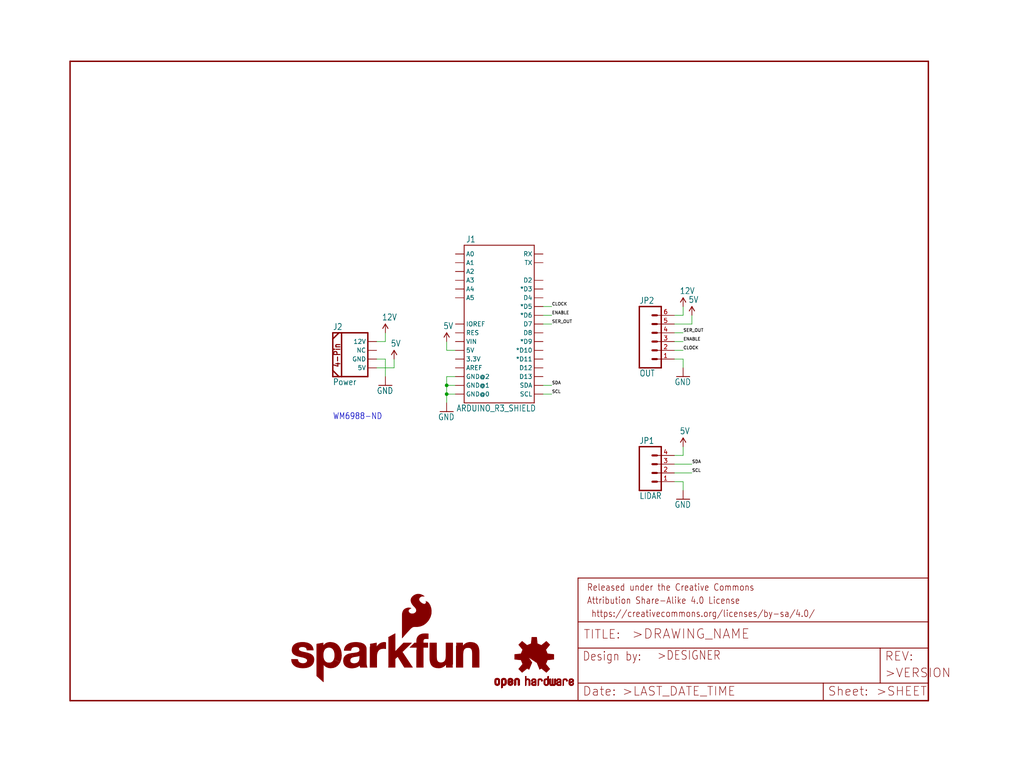
<source format=kicad_sch>
(kicad_sch (version 20211123) (generator eeschema)
  (paper "User" 297.002 223.926)
  (lib_symbols
    (symbol "schematicEagle-eagle-import:12V" (power)
      (property "Value" "12V" (at -1.016 3.556 0))
      (symbol "12V_1_0"
        (pin power_in line (at 0 0 90) (length 2.54) (name "12V") (number "1"))
      )
    )
    (symbol "schematicEagle-eagle-import:5V" (power)
      (property "Value" "5V" (at -1.016 3.556 0))
      (symbol "5V_1_0"
        (pin power_in line (at 0 0 90) (length 2.54) (name "5V") (number "1"))
      )
    )
    (symbol "schematicEagle-eagle-import:ARDUINO_R3_SHIELD"
      (property "Reference" "J" (at -9.652 21.082 0))
      (property "Value" "ARDUINO_R3_SHIELD" (at -6.35 -27.94 0))
      (symbol "ARDUINO_R3_SHIELD_1_0"
        (pin bidirectional line (at -12.7 -12.7 0) (length 2.54) (name "3.3V") (number "3.3V"))
        (pin bidirectional line (at -12.7 -10.16 0) (length 2.54) (name "5V") (number "5V"))
        (pin bidirectional line (at -12.7 17.78 0) (length 2.54) (name "A0") (number "A0"))
        (pin bidirectional line (at -12.7 15.24 0) (length 2.54) (name "A1") (number "A1"))
        (pin bidirectional line (at -12.7 12.7 0) (length 2.54) (name "A2") (number "A2"))
        (pin bidirectional line (at -12.7 10.16 0) (length 2.54) (name "A3") (number "A3"))
        (pin bidirectional line (at -12.7 7.62 0) (length 2.54) (name "A4") (number "A4"))
        (pin bidirectional line (at -12.7 5.08 0) (length 2.54) (name "A5") (number "A5"))
        (pin bidirectional line (at -12.7 -15.24 0) (length 2.54) (name "AREF") (number "AREF"))
        (pin bidirectional line (at 12.7 -10.16 180) (length 2.54) (name "*D10") (number "D10"))
        (pin bidirectional line (at 12.7 -12.7 180) (length 2.54) (name "*D11") (number "D11"))
        (pin bidirectional line (at 12.7 -15.24 180) (length 2.54) (name "D12") (number "D12"))
        (pin bidirectional line (at 12.7 -17.78 180) (length 2.54) (name "D13") (number "D13"))
        (pin bidirectional line (at 12.7 10.16 180) (length 2.54) (name "D2") (number "D2"))
        (pin bidirectional line (at 12.7 7.62 180) (length 2.54) (name "*D3") (number "D3"))
        (pin bidirectional line (at 12.7 5.08 180) (length 2.54) (name "D4") (number "D4"))
        (pin bidirectional line (at 12.7 2.54 180) (length 2.54) (name "*D5") (number "D5"))
        (pin bidirectional line (at 12.7 0 180) (length 2.54) (name "*D6") (number "D6"))
        (pin bidirectional line (at 12.7 -2.54 180) (length 2.54) (name "D7") (number "D7"))
        (pin bidirectional line (at 12.7 -5.08 180) (length 2.54) (name "D8") (number "D8"))
        (pin bidirectional line (at 12.7 -7.62 180) (length 2.54) (name "*D9") (number "D9"))
        (pin bidirectional line (at -12.7 -22.86 0) (length 2.54) (name "GND@0") (number "GND@0"))
        (pin bidirectional line (at -12.7 -20.32 0) (length 2.54) (name "GND@1") (number "GND@1"))
        (pin bidirectional line (at -12.7 -17.78 0) (length 2.54) (name "GND@2") (number "GND@2"))
        (pin bidirectional line (at -12.7 -2.54 0) (length 2.54) (name "IOREF") (number "IOREF"))
        (pin bidirectional line (at -12.7 -5.08 0) (length 2.54) (name "RES") (number "RES"))
        (pin bidirectional line (at 12.7 17.78 180) (length 2.54) (name "RX") (number "RX"))
        (pin bidirectional line (at 12.7 -22.86 180) (length 2.54) (name "SCL") (number "SCL"))
        (pin bidirectional line (at 12.7 -20.32 180) (length 2.54) (name "SDA") (number "SDA"))
        (pin bidirectional line (at 12.7 15.24 180) (length 2.54) (name "TX") (number "TX"))
        (pin bidirectional line (at -12.7 -7.62 0) (length 2.54) (name "VIN") (number "VIN"))
      )
    )
    (symbol "schematicEagle-eagle-import:COMPUTER-PERIPHERAL-POWERRA"
      (property "Reference" "J" (at -5.08 5.842 0))
      (property "Value" "COMPUTER-PERIPHERAL-POWERRA" (at -5.08 -10.16 0))
      (symbol "COMPUTER-PERIPHERAL-POWERRA_1_0"
        (text "4-Pin" (at -2.794 -5.08 900) (effects (font (size 1.778 1.5113) (thickness 0.3023) bold) (justify left bottom)))
        (pin passive line (at 7.62 2.54 180) (length 2.54) (name "12V") (number "12V"))
        (pin passive line (at 7.62 -5.08 180) (length 2.54) (name "5V") (number "5V"))
        (pin passive line (at 7.62 -2.54 180) (length 2.54) (name "GND") (number "GND"))
        (pin passive line (at 7.62 0 180) (length 2.54) (name "NC") (number "NC"))
      )
    )
    (symbol "schematicEagle-eagle-import:FRAME-LETTER"
      (symbol "FRAME-LETTER_2_0"
        (text " https://creativecommons.org/licenses/by-sa/4.0/" (at 2.54 24.13 0) (effects (font (size 1.9304 1.6408)) (justify left bottom)))
        (text ">DESIGNER" (at 22.86 11.684 0) (effects (font (size 2.54 2.159)) (justify left bottom)))
        (text ">DRAWING_NAME" (at 15.494 17.78 0) (effects (font (size 2.7432 2.7432)) (justify left bottom)))
        (text ">LAST_DATE_TIME" (at 12.7 1.27 0) (effects (font (size 2.54 2.54)) (justify left bottom)))
        (text ">SHEET" (at 86.36 1.27 0) (effects (font (size 2.54 2.54)) (justify left bottom)))
        (text ">VERSION" (at 88.9 6.604 0) (effects (font (size 2.54 2.54)) (justify left bottom)))
        (text "Attribution Share-Alike 4.0 License" (at 2.54 27.94 0) (effects (font (size 1.9304 1.6408)) (justify left bottom)))
        (text "Date:" (at 1.27 1.27 0) (effects (font (size 2.54 2.54)) (justify left bottom)))
        (text "Design by:" (at 1.27 11.43 0) (effects (font (size 2.54 2.159)) (justify left bottom)))
        (text "Released under the Creative Commons" (at 2.54 31.75 0) (effects (font (size 1.9304 1.6408)) (justify left bottom)))
        (text "REV:" (at 88.9 11.43 0) (effects (font (size 2.54 2.54)) (justify left bottom)))
        (text "Sheet:" (at 72.39 1.27 0) (effects (font (size 2.54 2.54)) (justify left bottom)))
        (text "TITLE:" (at 1.524 17.78 0) (effects (font (size 2.54 2.54)) (justify left bottom)))
      )
    )
    (symbol "schematicEagle-eagle-import:GND" (power)
      (property "Value" "GND" (at -2.54 -2.54 0))
      (symbol "GND_1_0"
        (pin power_in line (at 0 2.54 270) (length 2.54) (name "GND") (number "1"))
      )
    )
    (symbol "schematicEagle-eagle-import:M04JST-PTH"
      (property "Reference" "JP" (at -5.08 8.382 0))
      (property "Value" "M04JST-PTH" (at -5.08 -7.62 0))
      (symbol "M04JST-PTH_1_0"
        (pin passive line (at 5.08 -2.54 180) (length 5.08) (name "1") (number "1"))
        (pin passive line (at 5.08 0 180) (length 5.08) (name "2") (number "2"))
        (pin passive line (at 5.08 2.54 180) (length 5.08) (name "3") (number "3"))
        (pin passive line (at 5.08 5.08 180) (length 5.08) (name "4") (number "4"))
      )
    )
    (symbol "schematicEagle-eagle-import:M06SILK_FEMALE_PTH"
      (property "Reference" "JP" (at -5.08 10.922 0))
      (property "Value" "M06SILK_FEMALE_PTH" (at -5.08 -10.16 0))
      (symbol "M06SILK_FEMALE_PTH_1_0"
        (pin passive line (at 5.08 -5.08 180) (length 5.08) (name "1") (number "1"))
        (pin passive line (at 5.08 -2.54 180) (length 5.08) (name "2") (number "2"))
        (pin passive line (at 5.08 0 180) (length 5.08) (name "3") (number "3"))
        (pin passive line (at 5.08 2.54 180) (length 5.08) (name "4") (number "4"))
        (pin passive line (at 5.08 5.08 180) (length 5.08) (name "5") (number "5"))
        (pin passive line (at 5.08 7.62 180) (length 5.08) (name "6") (number "6"))
      )
    )
    (symbol "schematicEagle-eagle-import:OSHW-LOGOS")
    (symbol "schematicEagle-eagle-import:SFE_LOGO_NAME_FLAME.2_INCH")
  )
  (junction (at 129.54 111.76))
  (junction (at 129.54 114.3))
  (wire (pts (xy 129.54 111.76) (xy 129.54 114.3)))
  (wire (pts (xy 195.58 96.52) (xy 198.12 96.52)))
  (wire (pts (xy 129.54 109.22) (xy 129.54 111.76)))
  (wire (pts (xy 195.58 91.44) (xy 198.12 91.44)))
  (wire (pts (xy 132.08 111.76) (xy 129.54 111.76)))
  (wire (pts (xy 198.12 91.44) (xy 198.12 88.9)))
  (wire (pts (xy 157.48 114.3) (xy 160.02 114.3)))
  (wire (pts (xy 157.48 91.44) (xy 160.02 91.44)))
  (wire (pts (xy 132.08 101.6) (xy 129.54 101.6)))
  (wire (pts (xy 198.12 104.14) (xy 198.12 106.68)))
  (wire (pts (xy 195.58 134.62) (xy 200.66 134.62)))
  (wire (pts (xy 109.22 106.68) (xy 114.3 106.68)))
  (wire (pts (xy 129.54 101.6) (xy 129.54 99.06)))
  (wire (pts (xy 157.48 111.76) (xy 160.02 111.76)))
  (wire (pts (xy 129.54 114.3) (xy 129.54 116.84)))
  (wire (pts (xy 132.08 109.22) (xy 129.54 109.22)))
  (wire (pts (xy 195.58 137.16) (xy 200.66 137.16)))
  (wire (pts (xy 109.22 104.14) (xy 111.76 104.14)))
  (wire (pts (xy 198.12 132.08) (xy 198.12 129.54)))
  (wire (pts (xy 198.12 139.7) (xy 198.12 142.24)))
  (wire (pts (xy 111.76 104.14) (xy 111.76 109.22)))
  (wire (pts (xy 111.76 99.06) (xy 111.76 96.52)))
  (wire (pts (xy 195.58 93.98) (xy 200.66 93.98)))
  (wire (pts (xy 195.58 132.08) (xy 198.12 132.08)))
  (wire (pts (xy 157.48 93.98) (xy 160.02 93.98)))
  (wire (pts (xy 195.58 99.06) (xy 198.12 99.06)))
  (wire (pts (xy 157.48 88.9) (xy 160.02 88.9)))
  (wire (pts (xy 195.58 104.14) (xy 198.12 104.14)))
  (wire (pts (xy 114.3 106.68) (xy 114.3 104.14)))
  (wire (pts (xy 195.58 139.7) (xy 198.12 139.7)))
  (wire (pts (xy 109.22 99.06) (xy 111.76 99.06)))
  (wire (pts (xy 132.08 114.3) (xy 129.54 114.3)))
  (wire (pts (xy 200.66 93.98) (xy 200.66 91.44)))
  (wire (pts (xy 195.58 101.6) (xy 198.12 101.6)))
  (text "WM6988-ND" (at 96.52 121.92 180) (effects (font (size 1.778 1.5113)) (justify left bottom)))
  (label "SDA" (at 200.66 134.62 0) (effects (font (size 0.889 0.889))))
  (label "SCL" (at 200.66 137.16 0) (effects (font (size 0.889 0.889))))
  (label "SER_OUT" (at 198.12 96.52 0) (effects (font (size 0.889 0.889))))
  (label "SDA" (at 160.02 111.76 0) (effects (font (size 0.889 0.889))))
  (label "ENABLE" (at 160.02 91.44 0) (effects (font (size 0.889 0.889))))
  (label "CLOCK" (at 160.02 88.9 0) (effects (font (size 0.889 0.889))))
  (label "ENABLE" (at 198.12 99.06 0) (effects (font (size 0.889 0.889))))
  (label "SER_OUT" (at 160.02 93.98 0) (effects (font (size 0.889 0.889))))
  (label "CLOCK" (at 198.12 101.6 0) (effects (font (size 0.889 0.889))))
  (label "SCL" (at 160.02 114.3 0) (effects (font (size 0.889 0.889))))
  (symbol (lib_id "schematicEagle-eagle-import:12V") (at 111.76 96.52 0) (unit 1)
    (property "Reference" "#SUPPLY1" (effects hide))
    (property "Value" "12V" (at 110.744 92.964 0) (effects (font (size 1.778 1.5113)) (justify left bottom)))
    (property "Footprint" "schematicEagle:" (effects hide))
  )
  (symbol (lib_id "schematicEagle-eagle-import:M04JST-PTH") (at 190.5 137.16 0) (unit 1)
    (property "Reference" "JP1" (at 185.42 128.778 0) (effects (font (size 1.778 1.5113)) (justify left bottom)))
    (property "Value" "LIDAR" (at 185.42 144.78 0) (effects (font (size 1.778 1.5113)) (justify left bottom)))
    (property "Footprint" "schematicEagle:JST-4-PTH" (effects hide))
  )
  (symbol (lib_id "schematicEagle-eagle-import:5V") (at 200.66 91.44 0) (unit 1)
    (property "Reference" "#SUPPLY3" (effects hide))
    (property "Value" "5V" (at 199.644 87.884 0) (effects (font (size 1.778 1.5113)) (justify left bottom)))
    (property "Footprint" "schematicEagle:" (effects hide))
  )
  (symbol (lib_id "schematicEagle-eagle-import:5V") (at 129.54 99.06 0) (unit 1)
    (property "Reference" "#SUPPLY4" (effects hide))
    (property "Value" "5V" (at 128.524 95.504 0) (effects (font (size 1.778 1.5113)) (justify left bottom)))
    (property "Footprint" "schematicEagle:" (effects hide))
  )
  (symbol (lib_id "schematicEagle-eagle-import:FRAME-LETTER") (at 167.64 203.2 0) (unit 2)
    (property "Reference" "FRAME1" (effects hide))
    (property "Value" "FRAME-LETTER" (effects hide))
    (property "Footprint" "schematicEagle:CREATIVE_COMMONS" (effects hide))
    (property "Value" "FRAME-LETTER" (effects hide))
  )
  (symbol (lib_id "schematicEagle-eagle-import:COMPUTER-PERIPHERAL-POWERRA") (at 101.6 101.6 0) (unit 1)
    (property "Reference" "J2" (at 96.52 95.758 0) (effects (font (size 1.778 1.5113)) (justify left bottom)))
    (property "Value" "Power" (at 96.52 111.76 0) (effects (font (size 1.778 1.5113)) (justify left bottom)))
    (property "Footprint" "schematicEagle:COMPUTER-PERIPHERAL-POWER-RA" (effects hide))
  )
  (symbol (lib_id "schematicEagle-eagle-import:5V") (at 198.12 129.54 0) (unit 1)
    (property "Reference" "#SUPPLY5" (effects hide))
    (property "Value" "5V" (at 197.104 125.984 0) (effects (font (size 1.778 1.5113)) (justify left bottom)))
    (property "Footprint" "schematicEagle:" (effects hide))
  )
  (symbol (lib_id "schematicEagle-eagle-import:12V") (at 198.12 88.9 0) (unit 1)
    (property "Reference" "#SUPPLY6" (effects hide))
    (property "Value" "12V" (at 197.104 85.344 0) (effects (font (size 1.778 1.5113)) (justify left bottom)))
    (property "Footprint" "schematicEagle:" (effects hide))
  )
  (symbol (lib_id "schematicEagle-eagle-import:OSHW-LOGOS") (at 154.94 190.5 0) (unit 1)
    (property "Reference" "LOGO2" (effects hide))
    (property "Value" "OSHW-LOGOS" (effects hide))
    (property "Footprint" "schematicEagle:OSHW-LOGO-S" (effects hide))
  )
  (symbol (lib_id "schematicEagle-eagle-import:GND") (at 129.54 119.38 0) (unit 1)
    (property "Reference" "#GND1" (effects hide))
    (property "Value" "GND" (at 127 121.92 0) (effects (font (size 1.778 1.5113)) (justify left bottom)))
    (property "Footprint" "schematicEagle:" (effects hide))
  )
  (symbol (lib_id "schematicEagle-eagle-import:SFE_LOGO_NAME_FLAME.2_INCH") (at 83.82 198.12 0) (unit 1)
    (property "Reference" "LOGO1" (effects hide))
    (property "Value" "SFE_LOGO_NAME_FLAME.2_INCH" (effects hide))
    (property "Footprint" "schematicEagle:SFE_LOGO_NAME_FLAME_.2" (effects hide))
  )
  (symbol (lib_id "schematicEagle-eagle-import:FRAME-LETTER") (at 20.32 203.2 0) (unit 1)
    (property "Reference" "FRAME1" (effects hide))
    (property "Value" "FRAME-LETTER" (effects hide))
    (property "Footprint" "schematicEagle:CREATIVE_COMMONS" (effects hide))
    (property "Value" "FRAME-LETTER" (effects hide))
  )
  (symbol (lib_id "schematicEagle-eagle-import:5V") (at 114.3 104.14 0) (unit 1)
    (property "Reference" "#SUPPLY2" (effects hide))
    (property "Value" "5V" (at 113.284 100.584 0) (effects (font (size 1.778 1.5113)) (justify left bottom)))
    (property "Footprint" "schematicEagle:" (effects hide))
  )
  (symbol (lib_id "schematicEagle-eagle-import:GND") (at 111.76 111.76 0) (unit 1)
    (property "Reference" "#GND2" (effects hide))
    (property "Value" "GND" (at 109.22 114.3 0) (effects (font (size 1.778 1.5113)) (justify left bottom)))
    (property "Footprint" "schematicEagle:" (effects hide))
  )
  (symbol (lib_id "schematicEagle-eagle-import:GND") (at 198.12 144.78 0) (unit 1)
    (property "Reference" "#GND4" (effects hide))
    (property "Value" "GND" (at 195.58 147.32 0) (effects (font (size 1.778 1.5113)) (justify left bottom)))
    (property "Footprint" "schematicEagle:" (effects hide))
  )
  (symbol (lib_id "schematicEagle-eagle-import:ARDUINO_R3_SHIELD") (at 144.78 91.44 0) (unit 1)
    (property "Reference" "J1" (at 135.128 70.358 0) (effects (font (size 1.778 1.5113)) (justify left bottom)))
    (property "Value" "ARDUINO_R3_SHIELD" (at 132.334 119.38 0) (effects (font (size 1.778 1.5113)) (justify left bottom)))
    (property "Footprint" "schematicEagle:UNO_R3_SHIELD" (effects hide))
  )
  (symbol (lib_id "schematicEagle-eagle-import:M06SILK_FEMALE_PTH") (at 190.5 99.06 0) (unit 1)
    (property "Reference" "JP2" (at 185.42 88.138 0) (effects (font (size 1.778 1.5113)) (justify left bottom)))
    (property "Value" "OUT" (at 185.42 109.22 0) (effects (font (size 1.778 1.5113)) (justify left bottom)))
    (property "Footprint" "schematicEagle:1X06" (effects hide))
  )
  (symbol (lib_id "schematicEagle-eagle-import:GND") (at 198.12 109.22 0) (unit 1)
    (property "Reference" "#GND3" (effects hide))
    (property "Value" "GND" (at 195.58 111.76 0) (effects (font (size 1.778 1.5113)) (justify left bottom)))
    (property "Footprint" "schematicEagle:" (effects hide))
  )
)
</source>
